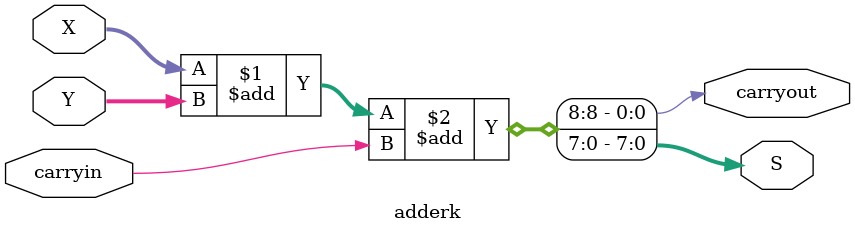
<source format=v>

module addersubtractor (
    input  [17:0] SW,    // SW[15:0] = data, SW[17:16] = mode control
    input  [3:0]  KEY,   // KEY[0] = Reset (active low), KEY[1] = Clock
    output [17:0] LEDR,  // Show result
    output [8:0]  LEDG   // LEDG[0] = Overflow indicator
);

    //==============================
    // Control signal definitions
    //==============================
    wire Clock   = ~KEY[1];  // KEY active low → invert
    wire Reset   = ~KEY[0];
    wire AddSub  = SW[16];   // 0 = Add, 1 = Subtract
    wire Sel     = SW[17];   // Control mux

    //==============================
    // Input assignment
    //==============================
    wire [7:0] A = SW[15:8]; // A input (upper byte)
    wire [7:0] B = SW[7:0];  // B input (lower byte)

    //==============================
    // Internal connection wires
    //==============================
    wire [7:0] Z;
    wire Overflow;

    //==============================
    // Instantiate main core module
    //==============================
    addersubtractor_core #(.n(8)) core (
        .A(A),
        .B(B),
        .Clock(Clock),
        .Reset(Reset),
        .Sel(Sel),
        .AddSub(AddSub),
        .Z(Z),
        .Overflow(Overflow)
    );

    //==============================
    // Output mapping to LEDs
    //==============================
    assign LEDR[7:0]   = Z;         // Show result
    assign LEDR[17:8]  = 0;         // Unused LEDs off
    assign LEDG[0]     = Overflow;  // Overflow flag
    assign LEDG[8:1]   = 0;         // Others off

endmodule


//===========================================================
// Core Add/Subtract Module
//===========================================================

module addersubtractor_core #(parameter n = 8)(
    input  [n-1:0] A, B,
    input          Clock, Reset, Sel, AddSub,
    output [n-1:0] Z,
    output reg     Overflow
);

    //==============================
    // Internal registers & wires
    //==============================
    reg  [n-1:0] Areg, Breg, Zreg;
    reg          SelR, AddSubR;
    wire [n-1:0] G, H, M;
    wire         carryout, over_flow;

    //==============================
    // Arithmetic logic
    //==============================
    // If AddSub = 1 => subtract (invert B + carryin = 1)
    assign H = AddSubR ? ~Breg : Breg;

    mux2to1 #(.k(n)) mux_inst (
        .V(Areg),
        .W(Zreg),
        .Sel(SelR),
        .F(G)
    );

    adderk #(.k(n)) adder_inst (
        .carryin(AddSubR),
        .X(G),
        .Y(H),
        .S(M),
        .carryout(carryout)
    );

    // Overflow detection for 2’s complement arithmetic
    assign over_flow = (G[n-1] & H[n-1] & ~M[n-1]) |
                       (~G[n-1] & ~H[n-1] & M[n-1]);

    assign Z = Zreg;

    //==============================
    // Sequential logic
    //==============================
    always @(posedge Clock or posedge Reset) begin
        if (Reset) begin
            Areg     <= 0;
            Breg     <= 0;
            Zreg     <= 0;
            SelR     <= 0;
            AddSubR  <= 0;
            Overflow <= 0;
        end else begin
            Areg     <= A;
            Breg     <= B;
            Zreg     <= M;
            SelR     <= Sel;
            AddSubR  <= AddSub;
            Overflow <= over_flow;
        end
    end
endmodule


//===========================================================
// k-bit 2-to-1 Multiplexer
//===========================================================

module mux2to1 #(parameter k = 8)(
    input  [k-1:0] V, W,
    input          Sel,
    output [k-1:0] F
);
    assign F = Sel ? W : V;
endmodule


//===========================================================
// k-bit Adder
//===========================================================

module adderk #(parameter k = 8)(
    input  [k-1:0] X, Y,
    input          carryin,
    output [k-1:0] S,
    output         carryout
);
    assign {carryout, S} = X + Y + carryin;
endmodule

</source>
